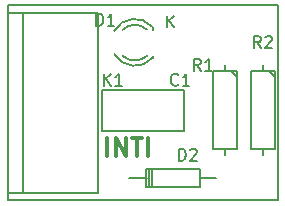
<source format=gbr>
G04 #@! TF.FileFunction,Legend,Top*
%FSLAX46Y46*%
G04 Gerber Fmt 4.6, Leading zero omitted, Abs format (unit mm)*
G04 Created by KiCad (PCBNEW 4.0.0-rc1-stable) date 30/11/2015 05:11:16 p.m.*
%MOMM*%
G01*
G04 APERTURE LIST*
%ADD10C,0.100000*%
%ADD11C,0.150000*%
%ADD12C,0.300000*%
G04 APERTURE END LIST*
D10*
D11*
X127000000Y-112395000D02*
X127000000Y-95885000D01*
X149860000Y-112395000D02*
X127000000Y-112395000D01*
X149860000Y-95885000D02*
X149860000Y-112395000D01*
X127000000Y-95885000D02*
X149860000Y-95885000D01*
D12*
X135445714Y-108628571D02*
X135445714Y-107128571D01*
X136160000Y-108628571D02*
X136160000Y-107128571D01*
X137017143Y-108628571D01*
X137017143Y-107128571D01*
X137517143Y-107128571D02*
X138374286Y-107128571D01*
X137945715Y-108628571D02*
X137945715Y-107128571D01*
X138874286Y-108628571D02*
X138874286Y-107128571D01*
D11*
X141970000Y-106525000D02*
X134970000Y-106525000D01*
X134970000Y-106525000D02*
X134970000Y-103025000D01*
X134970000Y-103025000D02*
X141970000Y-103025000D01*
X141970000Y-103025000D02*
X141970000Y-106525000D01*
X139264000Y-97746000D02*
X139264000Y-97946000D01*
X139264000Y-100340000D02*
X139264000Y-100160000D01*
X136036256Y-100029643D02*
G75*
G03X139264000Y-100346000I1727744J1003643D01*
G01*
X136711994Y-100159068D02*
G75*
G03X138815000Y-100160000I1052006J1133068D01*
G01*
X139251220Y-97719274D02*
G75*
G03X136014000Y-98066000I-1497220J-1306726D01*
G01*
X138777889Y-97946747D02*
G75*
G03X136730000Y-97966000I-1013889J-1079253D01*
G01*
X143256520Y-110487460D02*
X144653520Y-110487460D01*
X138811520Y-110487460D02*
X137287520Y-110487460D01*
X139192520Y-109725460D02*
X139192520Y-111249460D01*
X138938520Y-109725460D02*
X138938520Y-111249460D01*
X138684520Y-110487460D02*
X138684520Y-111249460D01*
X138684520Y-111249460D02*
X143256520Y-111249460D01*
X143256520Y-111249460D02*
X143256520Y-109725460D01*
X143256520Y-109725460D02*
X138684520Y-109725460D01*
X138684520Y-109725460D02*
X138684520Y-110487460D01*
X127000000Y-96520000D02*
X134620000Y-96520000D01*
X127000000Y-111760000D02*
X134620000Y-111760000D01*
X128270000Y-96520000D02*
X128270000Y-111760000D01*
X134620000Y-96520000D02*
X134620000Y-111760000D01*
X127000000Y-96520000D02*
X127000000Y-111760000D01*
X145415000Y-100965000D02*
X145415000Y-101473000D01*
X145415000Y-108585000D02*
X145415000Y-108077000D01*
X145415000Y-108077000D02*
X146431000Y-108077000D01*
X146431000Y-108077000D02*
X146431000Y-101473000D01*
X146431000Y-101473000D02*
X144399000Y-101473000D01*
X144399000Y-101473000D02*
X144399000Y-108077000D01*
X144399000Y-108077000D02*
X145415000Y-108077000D01*
X145923000Y-101473000D02*
X146431000Y-101981000D01*
X148590000Y-100965000D02*
X148590000Y-101473000D01*
X148590000Y-108585000D02*
X148590000Y-108077000D01*
X148590000Y-108077000D02*
X149606000Y-108077000D01*
X149606000Y-108077000D02*
X149606000Y-101473000D01*
X149606000Y-101473000D02*
X147574000Y-101473000D01*
X147574000Y-101473000D02*
X147574000Y-108077000D01*
X147574000Y-108077000D02*
X148590000Y-108077000D01*
X149098000Y-101473000D02*
X149606000Y-101981000D01*
X141438334Y-102592143D02*
X141390715Y-102639762D01*
X141247858Y-102687381D01*
X141152620Y-102687381D01*
X141009762Y-102639762D01*
X140914524Y-102544524D01*
X140866905Y-102449286D01*
X140819286Y-102258810D01*
X140819286Y-102115952D01*
X140866905Y-101925476D01*
X140914524Y-101830238D01*
X141009762Y-101735000D01*
X141152620Y-101687381D01*
X141247858Y-101687381D01*
X141390715Y-101735000D01*
X141438334Y-101782619D01*
X142390715Y-102687381D02*
X141819286Y-102687381D01*
X142105000Y-102687381D02*
X142105000Y-101687381D01*
X142009762Y-101830238D01*
X141914524Y-101925476D01*
X141819286Y-101973095D01*
X134516905Y-97607381D02*
X134516905Y-96607381D01*
X134755000Y-96607381D01*
X134897858Y-96655000D01*
X134993096Y-96750238D01*
X135040715Y-96845476D01*
X135088334Y-97035952D01*
X135088334Y-97178810D01*
X135040715Y-97369286D01*
X134993096Y-97464524D01*
X134897858Y-97559762D01*
X134755000Y-97607381D01*
X134516905Y-97607381D01*
X136040715Y-97607381D02*
X135469286Y-97607381D01*
X135755000Y-97607381D02*
X135755000Y-96607381D01*
X135659762Y-96750238D01*
X135564524Y-96845476D01*
X135469286Y-96893095D01*
X140493095Y-97772381D02*
X140493095Y-96772381D01*
X141064524Y-97772381D02*
X140635952Y-97200952D01*
X141064524Y-96772381D02*
X140493095Y-97343810D01*
X141501905Y-109037381D02*
X141501905Y-108037381D01*
X141740000Y-108037381D01*
X141882858Y-108085000D01*
X141978096Y-108180238D01*
X142025715Y-108275476D01*
X142073334Y-108465952D01*
X142073334Y-108608810D01*
X142025715Y-108799286D01*
X141978096Y-108894524D01*
X141882858Y-108989762D01*
X141740000Y-109037381D01*
X141501905Y-109037381D01*
X142454286Y-108132619D02*
X142501905Y-108085000D01*
X142597143Y-108037381D01*
X142835239Y-108037381D01*
X142930477Y-108085000D01*
X142978096Y-108132619D01*
X143025715Y-108227857D01*
X143025715Y-108323095D01*
X142978096Y-108465952D01*
X142406667Y-109037381D01*
X143025715Y-109037381D01*
X135151905Y-102687381D02*
X135151905Y-101687381D01*
X135723334Y-102687381D02*
X135294762Y-102115952D01*
X135723334Y-101687381D02*
X135151905Y-102258810D01*
X136675715Y-102687381D02*
X136104286Y-102687381D01*
X136390000Y-102687381D02*
X136390000Y-101687381D01*
X136294762Y-101830238D01*
X136199524Y-101925476D01*
X136104286Y-101973095D01*
X143343334Y-101417381D02*
X143010000Y-100941190D01*
X142771905Y-101417381D02*
X142771905Y-100417381D01*
X143152858Y-100417381D01*
X143248096Y-100465000D01*
X143295715Y-100512619D01*
X143343334Y-100607857D01*
X143343334Y-100750714D01*
X143295715Y-100845952D01*
X143248096Y-100893571D01*
X143152858Y-100941190D01*
X142771905Y-100941190D01*
X144295715Y-101417381D02*
X143724286Y-101417381D01*
X144010000Y-101417381D02*
X144010000Y-100417381D01*
X143914762Y-100560238D01*
X143819524Y-100655476D01*
X143724286Y-100703095D01*
X148423334Y-99512381D02*
X148090000Y-99036190D01*
X147851905Y-99512381D02*
X147851905Y-98512381D01*
X148232858Y-98512381D01*
X148328096Y-98560000D01*
X148375715Y-98607619D01*
X148423334Y-98702857D01*
X148423334Y-98845714D01*
X148375715Y-98940952D01*
X148328096Y-98988571D01*
X148232858Y-99036190D01*
X147851905Y-99036190D01*
X148804286Y-98607619D02*
X148851905Y-98560000D01*
X148947143Y-98512381D01*
X149185239Y-98512381D01*
X149280477Y-98560000D01*
X149328096Y-98607619D01*
X149375715Y-98702857D01*
X149375715Y-98798095D01*
X149328096Y-98940952D01*
X148756667Y-99512381D01*
X149375715Y-99512381D01*
M02*

</source>
